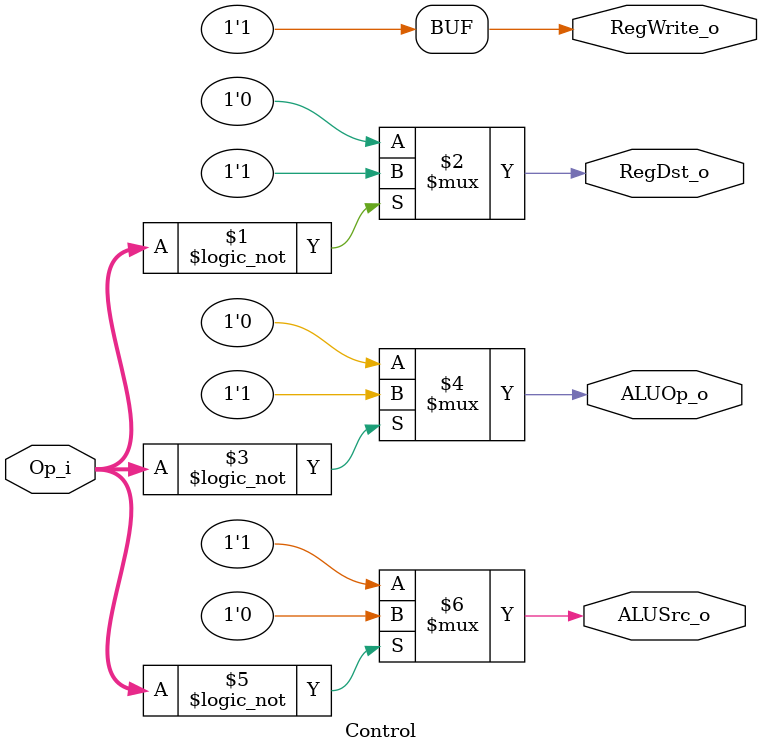
<source format=v>
module Control(
    Op_i,
    RegDst_o,
    ALUOp_o,
    ALUSrc_o,
    RegWrite_o
);

    input [5:0] Op_i;
    output RegDst_o, ALUOp_o, ALUSrc_o, RegWrite_o;

    assign RegDst_o = (Op_i == 6'b000000)? 1'b1: 1'b0;
    assign ALUOp_o = (Op_i == 6'b000000)? 1'b1: 1'b0;
    assign ALUSrc_o = (Op_i == 6'b000000)? 1'b0: 1'b1;
    assign RegWrite_o = 1'b1;
endmodule

</source>
